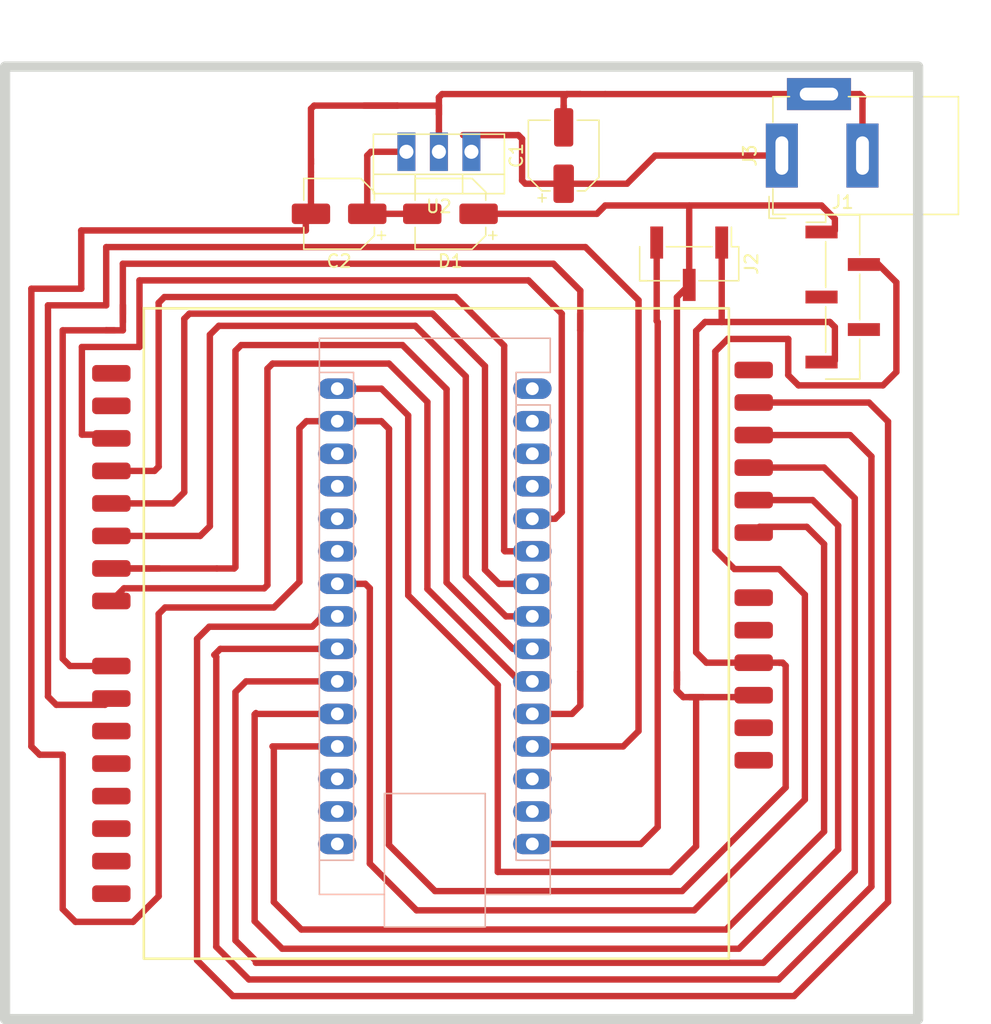
<source format=kicad_pcb>
(kicad_pcb (version 20221018) (generator pcbnew)
  (layers (0 "F.Cu" signal) (31 "B.Cu" signal) (34 "B.Paste" user) (35 "F.Paste" user) (36 "B.SilkS" user "B.Silkscreen") (37 "F.SilkS" user "F.Silkscreen") (38 "B.Mask" user) (39 "F.Mask" user) (44 "Edge.Cuts" user))
  (net 0 "")
  (net 4 "Net-(A1-GND)")
  (net 5 "D2")
  (net 6 "D3")
  (net 7 "D4")
  (net 8 "D5")
  (net 9 "D6")
  (net 10 "D7")
  (net 11 "D0")
  (net 12 "D1")
  (net 15 "D12")
  (net 19 "A0")
  (net 20 "A1")
  (net 21 "A2")
  (net 22 "A3")
  (net 23 "A4")
  (net 24 "A5")
  (net 28 "Net-(A1-VIN)")
  (net 29 "Net-(U2-VI)")
  (net 30 "Net-(D1-A)")
  (footprint "Package_TO_SOT_THT:TO-220-3_Vertical" (layer "F.Cu") (at 162.44 69.255 180)
    (fp_text reference "U2" (at 2.54 -4.27) (layer "F.SilkS"))
    (fp_text value "LM7805_TO220")
    (fp_line (start -2.58 -3.27) (end -2.58 1.371) (stroke (width 0.12)) (layer "F.SilkS"))
    (fp_line (start -2.58 -3.27) (end 7.66 -3.27) (stroke (width 0.12)) (layer "F.SilkS"))
    (fp_line (start -2.58 -1.76) (end 7.66 -1.76) (stroke (width 0.12)) (layer "F.SilkS"))
    (fp_line (start -2.58 1.371) (end 7.66 1.371) (stroke (width 0.12)) (layer "F.SilkS"))
    (fp_line (start 0.69 -3.27) (end 0.69 -1.76) (stroke (width 0.12)) (layer "F.SilkS"))
    (fp_line (start 4.391 -3.27) (end 4.391 -1.76) (stroke (width 0.12)) (layer "F.SilkS"))
    (fp_line (start 7.66 -3.27) (end 7.66 1.371) (stroke (width 0.12)) (layer "F.SilkS"))
    (pad "1" thru_hole rect (at 0 0 180) (size 1.4 3) (drill 1.1) (layers "*.Cu" "*.Mask") (net 29 "Net-(U2-VI)"))
    (pad "2" thru_hole rect (at 2.54 0 180) (size 1.4 3) (drill 1.1) (layers "*.Cu" "*.Mask") (net 4 "Net-(A1-GND)"))
    (pad "3" thru_hole rect (at 5.08 0 180) (size 1.4 3) (drill 1.1) (layers "*.Cu" "*.Mask") (net 30 "Net-(D1-A)"))
  )
  (footprint "Capacitor_SMD:CP_Elec_5x4.4" (layer "F.Cu") (at 160.8 74.1 180)
    (fp_text reference "D1" (at 0 -3.7) (layer "F.SilkS"))
    (fp_text value "LED")
    (fp_line (start -3.625 -1.685) (end -3 -1.685) (stroke (width 0.12)) (layer "F.SilkS"))
    (fp_line (start -3.3125 -1.9975) (end -3.3125 -1.3725) (stroke (width 0.12)) (layer "F.SilkS"))
    (fp_line (start -2.76 -1.695563) (end -2.76 -1.06) (stroke (width 0.12)) (layer "F.SilkS"))
    (fp_line (start -2.76 -1.695563) (end -1.695563 -2.76) (stroke (width 0.12)) (layer "F.SilkS"))
    (fp_line (start -2.76 1.695563) (end -2.76 1.06) (stroke (width 0.12)) (layer "F.SilkS"))
    (fp_line (start -2.76 1.695563) (end -1.695563 2.76) (stroke (width 0.12)) (layer "F.SilkS"))
    (fp_line (start -1.695563 -2.76) (end 2.76 -2.76) (stroke (width 0.12)) (layer "F.SilkS"))
    (fp_line (start -1.695563 2.76) (end 2.76 2.76) (stroke (width 0.12)) (layer "F.SilkS"))
    (fp_line (start 2.76 -2.76) (end 2.76 -1.06) (stroke (width 0.12)) (layer "F.SilkS"))
    (fp_line (start 2.76 2.76) (end 2.76 1.06) (stroke (width 0.12)) (layer "F.SilkS"))
    (pad "1" smd roundrect (at -2.2 0 180) (size 3 1.6) (layers "F.Cu" "F.Paste" "F.Mask") (roundrect_rratio 0.15625) (net 28 "Net-(A1-VIN)"))
    (pad "2" smd roundrect (at 2.2 0 180) (size 3 1.6) (layers "F.Cu" "F.Paste" "F.Mask") (roundrect_rratio 0.15625) (net 30 "Net-(D1-A)"))
  )
  (footprint "Connector_PinHeader_2.54mm:PinHeader_1x03_P2.54mm_Vertical_SMD_Pin1Left" (layer "F.Cu") (at 179.46 78 -90)
    (fp_text reference "J2" (at 0 -4.87 90) (layer "F.SilkS"))
    (fp_text value "Conn_01x03_Female")
    (fp_line (start -1.33 -3.87) (end -1.33 -3.3) (stroke (width 0.12)) (layer "F.SilkS"))
    (fp_line (start -1.33 -3.87) (end 1.33 -3.87) (stroke (width 0.12)) (layer "F.SilkS"))
    (fp_line (start -1.33 -3.3) (end -2.85 -3.3) (stroke (width 0.12)) (layer "F.SilkS"))
    (fp_line (start -1.33 -1.78) (end -1.33 1.78) (stroke (width 0.12)) (layer "F.SilkS"))
    (fp_line (start -1.33 3.87) (end 1.33 3.87) (stroke (width 0.12)) (layer "F.SilkS"))
    (fp_line (start 1.33 -3.87) (end 1.33 -0.76) (stroke (width 0.12)) (layer "F.SilkS"))
    (fp_line (start 1.33 0.76) (end 1.33 3.87) (stroke (width 0.12)) (layer "F.SilkS"))
    (fp_line (start 1.33 3.3) (end 1.33 3.87) (stroke (width 0.12)) (layer "F.SilkS"))
    (pad "1" smd rect (at -1.655 -2.54 270) (size 2.51 1) (layers "F.Cu" "F.Paste" "F.Mask") (net 4 "Net-(A1-GND)"))
    (pad "2" smd rect (at 1.655 0 270) (size 2.51 1) (layers "F.Cu" "F.Paste" "F.Mask") (net 28 "Net-(A1-VIN)"))
    (pad "3" smd rect (at -1.655 2.54 270) (size 2.51 1) (layers "F.Cu" "F.Paste" "F.Mask") (net 15 "D12"))
  )
  (footprint "Connector_BarrelJack:BarrelJack_GCT_DCJ200-10-A_Horizontal" (layer "F.Cu") (at 186.7 69.55 90)
    (fp_text reference "J3" (at 0 -2.5 90) (layer "F.SilkS"))
    (fp_text value "Barrel_Jack_Switch_MountingPin")
    (fp_line (start -4.9 -1) (end -4.9 0.3) (stroke (width 0.12)) (layer "F.SilkS"))
    (fp_line (start -4.6 -0.7) (end -2.6 -0.7) (stroke (width 0.12)) (layer "F.SilkS"))
    (fp_line (start -4.6 13.8) (end -4.6 -0.7) (stroke (width 0.12)) (layer "F.SilkS"))
    (fp_line (start -3.2 -1) (end -4.9 -1) (stroke (width 0.12)) (layer "F.SilkS"))
    (fp_line (start 2.6 -0.7) (end 4.6 -0.7) (stroke (width 0.12)) (layer "F.SilkS"))
    (fp_line (start 4.6 -0.7) (end 4.6 0.6) (stroke (width 0.12)) (layer "F.SilkS"))
    (fp_line (start 4.6 5.2) (end 4.6 13.8) (stroke (width 0.12)) (layer "F.SilkS"))
    (fp_line (start 4.6 13.8) (end -4.6 13.8) (stroke (width 0.12)) (layer "F.SilkS"))
    (pad "1" thru_hole rect (at 0 0 90) (size 5 2.5) (drill oval 3 1) (layers "*.Cu" "*.Mask") (net 29 "Net-(U2-VI)"))
    (pad "2" thru_hole rect (at 0 6.3 90) (size 5 2.5) (drill oval 3 1) (layers "*.Cu" "*.Mask") (net 4 "Net-(A1-GND)"))
    (pad "3" thru_hole rect (at 4.8 2.9 90) (size 2.5 5) (drill oval 1 3) (layers "*.Cu" "*.Mask") (net 4 "Net-(A1-GND)"))
  )
  (footprint "Capacitor_SMD:CP_Elec_5x4.4" (layer "F.Cu") (at 169.65 69.55 90)
    (fp_text reference "C1" (at 0 -3.7 90) (layer "F.SilkS"))
    (fp_text value "470uf" hide)
    (fp_line (start -3.625 -1.685) (end -3 -1.685) (stroke (width 0.12)) (layer "F.SilkS"))
    (fp_line (start -3.3125 -1.9975) (end -3.3125 -1.3725) (stroke (width 0.12)) (layer "F.SilkS"))
    (fp_line (start -2.76 -1.695563) (end -2.76 -1.06) (stroke (width 0.12)) (layer "F.SilkS"))
    (fp_line (start -2.76 -1.695563) (end -1.695563 -2.76) (stroke (width 0.12)) (layer "F.SilkS"))
    (fp_line (start -2.76 1.695563) (end -2.76 1.06) (stroke (width 0.12)) (layer "F.SilkS"))
    (fp_line (start -2.76 1.695563) (end -1.695563 2.76) (stroke (width 0.12)) (layer "F.SilkS"))
    (fp_line (start -1.695563 -2.76) (end 2.76 -2.76) (stroke (width 0.12)) (layer "F.SilkS"))
    (fp_line (start -1.695563 2.76) (end 2.76 2.76) (stroke (width 0.12)) (layer "F.SilkS"))
    (fp_line (start 2.76 -2.76) (end 2.76 -1.06) (stroke (width 0.12)) (layer "F.SilkS"))
    (fp_line (start 2.76 2.76) (end 2.76 1.06) (stroke (width 0.12)) (layer "F.SilkS"))
    (pad "1" smd roundrect (at -2.2 0 90) (size 3 1.6) (layers "F.Cu" "F.Paste" "F.Mask") (roundrect_rratio 0.15625) (net 29 "Net-(U2-VI)"))
    (pad "2" smd roundrect (at 2.2 0 90) (size 3 1.5) (layers "F.Cu" "F.Paste" "F.Mask") (roundrect_rratio 0.15625) (net 4 "Net-(A1-GND)"))
  )
  (footprint "TFT_MAR2406_LCD_DISPALY:TFT_LCD_MAR2460" (layer "F.Cu") (at 134.3 127.2)
    (fp_text reference "U1" hide)
    (fp_text value "~" hide)
    (fp_rect (start 2.54 -45.72) (end 48.26 5.08) (stroke (width 0.2)) (fill none) (layer "F.SilkS"))
    (pad "1" smd roundrect (at 0 0) (size 3 1.3) (layers "F.Cu" "F.Paste" "F.Mask"))
    (pad "2" smd roundrect (at 0 -2.54) (size 3 1.3) (layers "F.Cu" "F.Paste" "F.Mask"))
    (pad "3" smd roundrect (at 0 -5.08) (size 3 1.3) (layers "F.Cu" "F.Paste" "F.Mask"))
    (pad "4" smd roundrect (at 0 -7.62) (size 3 1.3) (layers "F.Cu" "F.Paste" "F.Mask"))
    (pad "5" smd roundrect (at 0 -10.16) (size 3 1.3) (layers "F.Cu" "F.Paste" "F.Mask"))
    (pad "6" smd roundrect (at 0 -12.7) (size 3 1.3) (layers "F.Cu" "F.Paste" "F.Mask"))
    (pad "7" smd roundrect (at 0 -15.24) (size 3 1.3) (layers "F.Cu" "F.Paste" "F.Mask") (net 12 "D1"))
    (pad "8" smd roundrect (at 0 -17.78) (size 3 1.3) (layers "F.Cu" "F.Paste" "F.Mask") (net 11 "D0"))
    (pad "9" smd roundrect (at 0 -22.86) (size 3 1.3) (layers "F.Cu" "F.Paste" "F.Mask") (net 10 "D7"))
    (pad "10" smd roundrect (at 0 -25.4) (size 3 1.3) (layers "F.Cu" "F.Paste" "F.Mask") (net 9 "D6"))
    (pad "11" smd roundrect (at 0 -27.94) (size 3 1.3) (layers "F.Cu" "F.Paste" "F.Mask") (net 8 "D5"))
    (pad "12" smd roundrect (at 0 -30.48) (size 3 1.3) (layers "F.Cu" "F.Paste" "F.Mask") (net 7 "D4"))
    (pad "13" smd roundrect (at 0 -33.02) (size 3 1.3) (layers "F.Cu" "F.Paste" "F.Mask") (net 6 "D3"))
    (pad "14" smd roundrect (at 0 -35.56) (size 3 1.3) (layers "F.Cu" "F.Paste" "F.Mask") (net 5 "D2"))
    (pad "15" smd roundrect (at 0 -38.1) (size 3 1.3) (layers "F.Cu" "F.Paste" "F.Mask"))
    (pad "16" smd roundrect (at 0 -40.64) (size 3 1.3) (layers "F.Cu" "F.Paste" "F.Mask"))
    (pad "17" smd roundrect (at 50.2 -10.42) (size 3 1.3) (layers "F.Cu" "F.Paste" "F.Mask"))
    (pad "18" smd roundrect (at 50.2 -12.96) (size 3 1.3) (layers "F.Cu" "F.Paste" "F.Mask"))
    (pad "19" smd roundrect (at 50.2 -15.5) (size 3 1.3) (layers "F.Cu" "F.Paste" "F.Mask") (net 28 "Net-(A1-VIN)"))
    (pad "20" smd roundrect (at 50.2 -18.04) (size 3 1.3) (layers "F.Cu" "F.Paste" "F.Mask") (net 4 "Net-(A1-GND)"))
    (pad "21" smd roundrect (at 50.2 -20.58) (size 3 1.3) (layers "F.Cu" "F.Paste" "F.Mask"))
    (pad "22" smd roundrect (at 50.2 -23.12) (size 3 1.3) (layers "F.Cu" "F.Paste" "F.Mask"))
    (pad "23" smd roundrect (at 50.2 -28.2) (size 3 1.3) (layers "F.Cu" "F.Paste" "F.Mask") (net 19 "A0"))
    (pad "24" smd roundrect (at 50.2 -30.74) (size 3 1.3) (layers "F.Cu" "F.Paste" "F.Mask") (net 20 "A1"))
    (pad "25" smd roundrect (at 50.2 -33.28) (size 3 1.3) (layers "F.Cu" "F.Paste" "F.Mask") (net 21 "A2"))
    (pad "26" smd roundrect (at 50.2 -35.82) (size 3 1.3) (layers "F.Cu" "F.Paste" "F.Mask") (net 22 "A3"))
    (pad "27" smd roundrect (at 50.2 -38.36) (size 3 1.3) (layers "F.Cu" "F.Paste" "F.Mask") (net 23 "A4"))
    (pad "28" smd roundrect (at 50.2 -40.9) (size 3 1.3) (layers "F.Cu" "F.Paste" "F.Mask"))
  )
  (footprint "Connector_PinHeader_2.54mm:PinHeader_1x05_P2.54mm_Vertical_SMD_Pin1Left" (layer "F.Cu") (at 191.455 80.6)
    (fp_text reference "J1" (at 0 -7.41) (layer "F.SilkS"))
    (fp_text value "Conn_01x05_Female")
    (fp_line (start -1.33 -6.41) (end -1.33 -5.84) (stroke (width 0.12)) (layer "F.SilkS"))
    (fp_line (start -1.33 -6.41) (end 1.33 -6.41) (stroke (width 0.12)) (layer "F.SilkS"))
    (fp_line (start -1.33 -5.84) (end -2.85 -5.84) (stroke (width 0.12)) (layer "F.SilkS"))
    (fp_line (start -1.33 -4.32) (end -1.33 -0.76) (stroke (width 0.12)) (layer "F.SilkS"))
    (fp_line (start -1.33 0.76) (end -1.33 4.32) (stroke (width 0.12)) (layer "F.SilkS"))
    (fp_line (start -1.33 6.41) (end 1.33 6.41) (stroke (width 0.12)) (layer "F.SilkS"))
    (fp_line (start 1.33 -6.41) (end 1.33 -3.3) (stroke (width 0.12)) (layer "F.SilkS"))
    (fp_line (start 1.33 -1.78) (end 1.33 1.78) (stroke (width 0.12)) (layer "F.SilkS"))
    (fp_line (start 1.33 3.3) (end 1.33 6.41) (stroke (width 0.12)) (layer "F.SilkS"))
    (fp_line (start 1.33 5.84) (end 1.33 6.41) (stroke (width 0.12)) (layer "F.SilkS"))
    (pad "1" smd rect (at -1.655 -5.08) (size 2.51 1) (layers "F.Cu" "F.Paste" "F.Mask") (net 28 "Net-(A1-VIN)"))
    (pad "2" smd rect (at 1.655 -2.54) (size 2.51 1) (layers "F.Cu" "F.Paste" "F.Mask") (net 24 "A5"))
    (pad "3" smd rect (at -1.655 0) (size 2.51 1) (layers "F.Cu" "F.Paste" "F.Mask"))
    (pad "4" smd rect (at 1.655 2.54) (size 2.51 1) (layers "F.Cu" "F.Paste" "F.Mask"))
    (pad "5" smd rect (at -1.655 5.08) (size 2.51 1) (layers "F.Cu" "F.Paste" "F.Mask") (net 4 "Net-(A1-GND)"))
  )
  (footprint "Capacitor_SMD:CP_Elec_5x4.4" (layer "F.Cu") (at 152.1 74.1 180)
    (fp_text reference "C2" (at 0 -3.7) (layer "F.SilkS"))
    (fp_text value "47uf")
    (fp_line (start -3.625 -1.685) (end -3 -1.685) (stroke (width 0.12)) (layer "F.SilkS"))
    (fp_line (start -3.3125 -1.9975) (end -3.3125 -1.3725) (stroke (width 0.12)) (layer "F.SilkS"))
    (fp_line (start -2.76 -1.695563) (end -2.76 -1.06) (stroke (width 0.12)) (layer "F.SilkS"))
    (fp_line (start -2.76 -1.695563) (end -1.695563 -2.76) (stroke (width 0.12)) (layer "F.SilkS"))
    (fp_line (start -2.76 1.695563) (end -2.76 1.06) (stroke (width 0.12)) (layer "F.SilkS"))
    (fp_line (start -2.76 1.695563) (end -1.695563 2.76) (stroke (width 0.12)) (layer "F.SilkS"))
    (fp_line (start -1.695563 -2.76) (end 2.76 -2.76) (stroke (width 0.12)) (layer "F.SilkS"))
    (fp_line (start -1.695563 2.76) (end 2.76 2.76) (stroke (width 0.12)) (layer "F.SilkS"))
    (fp_line (start 2.76 -2.76) (end 2.76 -1.06) (stroke (width 0.12)) (layer "F.SilkS"))
    (fp_line (start 2.76 2.76) (end 2.76 1.06) (stroke (width 0.12)) (layer "F.SilkS"))
    (pad "1" smd roundrect (at -2.2 0 180) (size 3 1.6) (layers "F.Cu" "F.Paste" "F.Mask") (roundrect_rratio 0.15625) (net 30 "Net-(D1-A)"))
    (pad "2" smd roundrect (at 2.2 0 180) (size 3 1.6) (layers "F.Cu" "F.Paste" "F.Mask") (roundrect_rratio 0.15625) (net 4 "Net-(A1-GND)"))
  )
  (footprint "Module:Arduino_Nano" (layer "B.Cu") (at 167.2 87.76 180)
    (fp_text reference "A1" hide)
    (fp_text value "Arduino_Nano_v3.x" hide)
    (fp_line (start -1.4 -39.5) (end 3.68 -39.5) (stroke (width 0.12)) (layer "B.SilkS"))
    (fp_line (start -1.4 -1.27) (end -1.4 -39.5) (stroke (width 0.12)) (layer "B.SilkS"))
    (fp_line (start -1.4 3.94) (end -1.4 1.27) (stroke (width 0.12)) (layer "B.SilkS"))
    (fp_line (start 1.27 -36.83) (end -1.4 -36.83) (stroke (width 0.12)) (layer "B.SilkS"))
    (fp_line (start 1.27 -1.27) (end -1.4 -1.27) (stroke (width 0.12)) (layer "B.SilkS"))
    (fp_line (start 1.27 -1.27) (end 1.27 -36.83) (stroke (width 0.12)) (layer "B.SilkS"))
    (fp_line (start 1.27 -1.27) (end 1.27 1.27) (stroke (width 0.12)) (layer "B.SilkS"))
    (fp_line (start 1.27 1.27) (end -1.4 1.27) (stroke (width 0.12)) (layer "B.SilkS"))
    (fp_line (start 3.68 -42.04) (end 3.68 -31.62) (stroke (width 0.12)) (layer "B.SilkS"))
    (fp_line (start 3.68 -31.62) (end 11.56 -31.62) (stroke (width 0.12)) (layer "B.SilkS"))
    (fp_line (start 11.56 -42.04) (end 3.68 -42.04) (stroke (width 0.12)) (layer "B.SilkS"))
    (fp_line (start 11.56 -31.62) (end 11.56 -42.04) (stroke (width 0.12)) (layer "B.SilkS"))
    (fp_line (start 13.97 -36.83) (end 16.64 -36.83) (stroke (width 0.12)) (layer "B.SilkS"))
    (fp_line (start 13.97 1.27) (end 13.97 -36.83) (stroke (width 0.12)) (layer "B.SilkS"))
    (fp_line (start 13.97 1.27) (end 16.64 1.27) (stroke (width 0.12)) (layer "B.SilkS"))
    (fp_line (start 16.64 -39.5) (end 11.56 -39.5) (stroke (width 0.12)) (layer "B.SilkS"))
    (fp_line (start 16.64 -39.5) (end 16.64 3.94) (stroke (width 0.12)) (layer "B.SilkS"))
    (fp_line (start 16.64 3.94) (end -1.4 3.94) (stroke (width 0.12)) (layer "B.SilkS"))
    (pad "1" thru_hole oval (at 0 0 180) (size 3 1.6) (drill 1) (layers "*.Cu" "*.Mask"))
    (pad "2" thru_hole oval (at 0 -2.54 180) (size 3 1.6) (drill 1) (layers "*.Cu" "*.Mask"))
    (pad "3" thru_hole oval (at 0 -5.08 180) (size 3 1.6) (drill 1) (layers "*.Cu" "*.Mask"))
    (pad "4" thru_hole oval (at 0 -7.62 180) (size 3 1.6) (drill 1) (layers "*.Cu" "*.Mask") (net 4 "Net-(A1-GND)"))
    (pad "5" thru_hole oval (at 0 -10.16 180) (size 3 1.6) (drill 1) (layers "*.Cu" "*.Mask") (net 5 "D2"))
    (pad "6" thru_hole oval (at 0 -12.7 180) (size 3 1.6) (drill 1) (layers "*.Cu" "*.Mask") (net 6 "D3"))
    (pad "7" thru_hole oval (at 0 -15.24 180) (size 3 1.6) (drill 1) (layers "*.Cu" "*.Mask") (net 7 "D4"))
    (pad "8" thru_hole oval (at 0 -17.78 180) (size 3 1.6) (drill 1) (layers "*.Cu" "*.Mask") (net 8 "D5"))
    (pad "9" thru_hole oval (at 0 -20.32 180) (size 3 1.6) (drill 1) (layers "*.Cu" "*.Mask") (net 9 "D6"))
    (pad "10" thru_hole oval (at 0 -22.86 180) (size 3 1.6) (drill 1) (layers "*.Cu" "*.Mask") (net 10 "D7"))
    (pad "11" thru_hole oval (at 0 -25.4 180) (size 3 1.6) (drill 1) (layers "*.Cu" "*.Mask") (net 11 "D0"))
    (pad "12" thru_hole oval (at 0 -27.94 180) (size 3 1.6) (drill 1) (layers "*.Cu" "*.Mask") (net 12 "D1"))
    (pad "13" thru_hole oval (at 0 -30.48 180) (size 3 1.6) (drill 1) (layers "*.Cu" "*.Mask"))
    (pad "14" thru_hole oval (at 0 -33.02 180) (size 3 1.6) (drill 1) (layers "*.Cu" "*.Mask"))
    (pad "15" thru_hole oval (at 0 -35.56 180) (size 3 1.6) (drill 1) (layers "*.Cu" "*.Mask") (net 15 "D12"))
    (pad "16" thru_hole oval (at 15.24 -35.56 180) (size 3 1.6) (drill 1) (layers "*.Cu" "*.Mask"))
    (pad "17" thru_hole oval (at 15.24 -33.02 180) (size 3 1.6) (drill 1) (layers "*.Cu" "*.Mask"))
    (pad "18" thru_hole oval (at 15.24 -30.48 180) (size 3 1.6) (drill 1) (layers "*.Cu" "*.Mask"))
    (pad "19" thru_hole oval (at 15.24 -27.94 180) (size 3 1.6) (drill 1) (layers "*.Cu" "*.Mask") (net 19 "A0"))
    (pad "20" thru_hole oval (at 15.24 -25.4 180) (size 3 1.6) (drill 1) (layers "*.Cu" "*.Mask") (net 20 "A1"))
    (pad "21" thru_hole oval (at 15.24 -22.86 180) (size 3 1.6) (drill 1) (layers "*.Cu" "*.Mask") (net 21 "A2"))
    (pad "22" thru_hole oval (at 15.24 -20.32 180) (size 3 1.6) (drill 1) (layers "*.Cu" "*.Mask") (net 22 "A3"))
    (pad "23" thru_hole oval (at 15.24 -17.78 180) (size 3 1.6) (drill 1) (layers "*.Cu" "*.Mask") (net 23 "A4"))
    (pad "24" thru_hole oval (at 15.24 -15.24 180) (size 3 1.6) (drill 1) (layers "*.Cu" "*.Mask") (net 24 "A5"))
    (pad "25" thru_hole oval (at 15.24 -12.7 180) (size 3 1.6) (drill 1) (layers "*.Cu" "*.Mask"))
    (pad "26" thru_hole oval (at 15.24 -10.16 180) (size 3 1.6) (drill 1) (layers "*.Cu" "*.Mask"))
    (pad "27" thru_hole oval (at 15.24 -7.62 180) (size 3 1.6) (drill 1) (layers "*.Cu" "*.Mask"))
    (pad "28" thru_hole oval (at 15.24 -5.08 180) (size 3 1.6) (drill 1) (layers "*.Cu" "*.Mask"))
    (pad "29" thru_hole oval (at 15.24 -2.54 180) (size 3 1.6) (drill 1) (layers "*.Cu" "*.Mask") (net 4 "Net-(A1-GND)"))
    (pad "30" thru_hole oval (at 15.24 0 180) (size 3 1.6) (drill 1) (layers "*.Cu" "*.Mask") (net 28 "Net-(A1-VIN)"))
  )
  (gr_rect (start 126 62.6) (end 197.35 137) (stroke (width 0.8)) (fill none) (layer "Edge.Cuts"))
  (segment (start 159.9 65) (end 159.9 66.3) (width 0.5) (layer "F.Cu") (net 4))
  (segment (start 169.65 65) (end 169.9 64.75) (width 0.5) (layer "F.Cu") (net 4))
  (segment (start 180 83.25) (end 180.7 82.55) (width 0.5) (layer "F.Cu") (net 4))
  (segment (start 160.15 64.75) (end 159.9 65) (width 0.5) (layer "F.Cu") (net 4))
  (segment (start 186.5 109.16) (end 186.76 109.16) (width 0.5) (layer "F.Cu") (net 4))
  (segment (start 180.81 109.16) (end 180 108.35) (width 0.5) (layer "F.Cu") (net 4))
  (segment (start 159.9 65.65) (end 156.65 65.65) (width 0.5) (layer "F.Cu") (net 4))
  (segment (start 182 82.55) (end 190.45 82.55) (width 0.5) (layer "F.Cu") (net 4))
  (segment (start 187 118.9) (end 178.9 127) (width 0.5) (layer "F.Cu") (net 4))
  (segment (start 149.5 74.5) (end 149.9 74.1) (width 0.5) (layer "F.Cu") (net 4))
  (segment (start 149.5 75.4) (end 149.5 74.5) (width 0.5) (layer "F.Cu") (net 4))
  (segment (start 138 127.4) (end 138 105.35) (width 0.5) (layer "F.Cu") (net 4))
  (segment (start 189.6 64.75) (end 192.8 64.75) (width 0.5) (layer "F.Cu") (net 4))
  (segment (start 159.9 66.3) (end 159.9 67.6) (width 0.5) (layer "F.Cu") (net 4))
  (segment (start 156.65 65.65) (end 154.05 65.65) (width 0.5) (layer "F.Cu") (net 4))
  (segment (start 186.5 109.16) (end 186.74 109.16) (width 0.5) (layer "F.Cu") (net 4))
  (segment (start 182 82.55) (end 182 76.345) (width 0.5) (layer "F.Cu") (net 4))
  (segment (start 128.05 79.95) (end 128.05 115.7) (width 0.5) (layer "F.Cu") (net 4))
  (segment (start 149.9 70.2) (end 149.9 65.9) (width 0.5) (layer "F.Cu") (net 4))
  (segment (start 159.6 127) (end 156 123.4) (width 0.5) (layer "F.Cu") (net 4))
  (segment (start 136 129.4) (end 138 127.4) (width 0.5) (layer "F.Cu") (net 4))
  (segment (start 130.5 116.35) (end 130.5 128.4) (width 0.5) (layer "F.Cu") (net 4))
  (segment (start 170.95 64.75) (end 160.15 64.75) (width 0.5) (layer "F.Cu") (net 4))
  (segment (start 149.9 70.85) (end 149.9 74.1) (width 0.5) (layer "F.Cu") (net 4))
  (segment (start 149.5 75.4) (end 131.95 75.4) (width 0.5) (layer "F.Cu") (net 4))
  (segment (start 150.15 65.65) (end 156.65 65.65) (width 0.5) (layer "F.Cu") (net 4))
  (segment (start 128.05 115.7) (end 128.7 116.35) (width 0.5) (layer "F.Cu") (net 4))
  (segment (start 193 65.05) (end 193 69.55) (width 0.5) (layer "F.Cu") (net 4))
  (segment (start 147 104.85) (end 149 102.85) (width 0.5) (layer "F.Cu") (net 4))
  (segment (start 149 90.85) (end 149.55 90.3) (width 0.5) (layer "F.Cu") (net 4))
  (segment (start 149.9 70.85) (end 149.9 70.2) (width 0.5) (layer "F.Cu") (net 4))
  (segment (start 131.95 75.4) (end 131.95 79.95) (width 0.5) (layer "F.Cu") (net 4))
  (segment (start 184.5 109.16) (end 180.81 109.16) (width 0.5) (layer "F.Cu") (net 4))
  (segment (start 131.5 129.4) (end 136 129.4) (width 0.5) (layer "F.Cu") (net 4))
  (segment (start 156 90.9) (end 155.4 90.3) (width 0.5) (layer "F.Cu") (net 4))
  (segment (start 138 105.35) (end 138.5 104.85) (width 0.5) (layer "F.Cu") (net 4))
  (segment (start 184.81 108.85) (end 184.5 109.16) (width 0.5) (layer "F.Cu") (net 4))
  (segment (start 169.65 65.65) (end 169.65 67.35) (width 0.5) (layer "F.Cu") (net 4))
  (segment (start 159.9 65.65) (end 159.9 66.3) (width 0.5) (layer "F.Cu") (net 4))
  (segment (start 159.9 67.6) (end 159.9 69.255) (width 0.5) (layer "F.Cu") (net 4))
  (segment (start 155.4 90.3) (end 151.96 90.3) (width 0.5) (layer "F.Cu") (net 4))
  (segment (start 180 84.35) (end 180 83.25) (width 0.5) (layer "F.Cu") (net 4))
  (segment (start 128.7 116.35) (end 130.5 116.35) (width 0.5) (layer "F.Cu") (net 4))
  (segment (start 192.8 64.75) (end 193.05 65) (width 0.5) (layer "F.Cu") (net 4))
  (segment (start 149.9 70.2) (end 149.9 69.8) (width 0.5) (layer "F.Cu") (net 4))
  (segment (start 187 109.4) (end 187 118.9) (width 0.5) (layer "F.Cu") (net 4))
  (segment (start 193.05 65) (end 193 65.05) (width 0.5) (layer "F.Cu") (net 4))
  (segment (start 149 102.85) (end 149 90.85) (width 0.5) (layer "F.Cu") (net 4))
  (segment (start 180.7 82.55) (end 182 82.55) (width 0.5) (layer "F.Cu") (net 4))
  (segment (start 184.5 109.16) (end 186.5 109.16) (width 0.5) (layer "F.Cu") (net 4))
  (segment (start 170.95 64.75) (end 172.9 64.75) (width 0.5) (layer "F.Cu") (net 4))
  (segment (start 130.5 128.4) (end 131.5 129.4) (width 0.5) (layer "F.Cu") (net 4))
  (segment (start 156 123.4) (end 156 90.9) (width 0.5) (layer "F.Cu") (net 4))
  (segment (start 180 108.35) (end 180 87.85) (width 0.5) (layer "F.Cu") (net 4))
  (segment (start 186.76 109.16) (end 187 109.4) (width 0.5) (layer "F.Cu") (net 4))
  (segment (start 180 87.85) (end 180 84.35) (width 0.5) (layer "F.Cu") (net 4))
  (segment (start 149.9 65.9) (end 150.15 65.65) (width 0.5) (layer "F.Cu") (net 4))
  (segment (start 169.9 64.75) (end 170.95 64.75) (width 0.5) (layer "F.Cu") (net 4))
  (segment (start 190.45 82.55) (end 190.845 82.945) (width 0.5) (layer "F.Cu") (net 4))
  (segment (start 149.55 90.3) (end 151.96 90.3) (width 0.5) (layer "F.Cu") (net 4))
  (segment (start 190.845 82.945) (end 190.845 85.58) (width 0.5) (layer "F.Cu") (net 4))
  (segment (start 172.9 64.75) (end 189.6 64.75) (width 0.5) (layer "F.Cu") (net 4))
  (segment (start 131.95 79.95) (end 128.05 79.95) (width 0.5) (layer "F.Cu") (net 4))
  (segment (start 178.9 127) (end 159.6 127) (width 0.5) (layer "F.Cu") (net 4))
  (segment (start 138.5 104.85) (end 147 104.85) (width 0.5) (layer "F.Cu") (net 4))
  (segment (start 169.65 67.35) (end 169.65 65) (width 0.5) (layer "F.Cu") (net 4))
  (segment (start 166.9 79.3) (end 169.5 81.9) (width 0.5) (layer "F.Cu") (net 5))
  (segment (start 134.243984 91.64) (end 133.953984 91.35) (width 0.5) (layer "F.Cu") (net 5))
  (segment (start 136.5 84.5) (end 136.5 79.3) (width 0.5) (layer "F.Cu") (net 5))
  (segment (start 134.3 91.64) (end 134.243984 91.64) (width 0.5) (layer "F.Cu") (net 5))
  (segment (start 169.5 81.9) (end 169.5 97.4) (width 0.5) (layer "F.Cu") (net 5))
  (segment (start 169.5 97.4) (end 168.98 97.92) (width 0.5) (layer "F.Cu") (net 5))
  (segment (start 133.953984 91.35) (end 132 91.35) (width 0.5) (layer "F.Cu") (net 5))
  (segment (start 136.5 79.3) (end 166.9 79.3) (width 0.5) (layer "F.Cu") (net 5))
  (segment (start 132 84.5) (end 136.5 84.5) (width 0.5) (layer "F.Cu") (net 5))
  (segment (start 132 91.35) (end 132 84.5) (width 0.5) (layer "F.Cu") (net 5))
  (segment (start 168.98 97.92) (end 167.2 97.92) (width 0.5) (layer "F.Cu") (net 5))
  (segment (start 138 93.85) (end 138 81.05) (width 0.5) (layer "F.Cu") (net 6))
  (segment (start 165.06 100.46) (end 167.2 100.46) (width 0.5) (layer "F.Cu") (net 6))
  (segment (start 165 84.4) (end 165 100.4) (width 0.5) (layer "F.Cu") (net 6))
  (segment (start 137.67 94.18) (end 138 93.85) (width 0.5) (layer "F.Cu") (net 6))
  (segment (start 138.45 80.6) (end 161.2 80.6) (width 0.5) (layer "F.Cu") (net 6))
  (segment (start 161.2 80.6) (end 165 84.4) (width 0.5) (layer "F.Cu") (net 6))
  (segment (start 138 81.05) (end 138.45 80.6) (width 0.5) (layer "F.Cu") (net 6))
  (segment (start 165 100.4) (end 165.06 100.46) (width 0.5) (layer "F.Cu") (net 6))
  (segment (start 134.3 94.18) (end 137.67 94.18) (width 0.5) (layer "F.Cu") (net 6))
  (segment (start 163.5 86) (end 163.5 101.9) (width 0.5) (layer "F.Cu") (net 7))
  (segment (start 164.6 103) (end 167.2 103) (width 0.5) (layer "F.Cu") (net 7))
  (segment (start 159.4 81.9) (end 163.5 86) (width 0.5) (layer "F.Cu") (net 7))
  (segment (start 140 95.85) (end 140 82.3) (width 0.5) (layer "F.Cu") (net 7))
  (segment (start 140 82.3) (end 140.4 81.9) (width 0.5) (layer "F.Cu") (net 7))
  (segment (start 139.13 96.72) (end 140 95.85) (width 0.5) (layer "F.Cu") (net 7))
  (segment (start 140.4 81.9) (end 159.4 81.9) (width 0.5) (layer "F.Cu") (net 7))
  (segment (start 163.5 101.9) (end 164.6 103) (width 0.5) (layer "F.Cu") (net 7))
  (segment (start 134.3 96.72) (end 139.13 96.72) (width 0.5) (layer "F.Cu") (net 7))
  (segment (start 142 83.55) (end 142.7 82.85) (width 0.5) (layer "F.Cu") (net 8))
  (segment (start 162 86.8) (end 162 102.4) (width 0.5) (layer "F.Cu") (net 8))
  (segment (start 142.7 82.85) (end 158.05 82.85) (width 0.5) (layer "F.Cu") (net 8))
  (segment (start 134.3 99.26) (end 141.24 99.26) (width 0.5) (layer "F.Cu") (net 8))
  (segment (start 141.24 99.26) (end 142 98.5) (width 0.5) (layer "F.Cu") (net 8))
  (segment (start 162 102.4) (end 165.14 105.54) (width 0.5) (layer "F.Cu") (net 8))
  (segment (start 142 98.5) (end 142 83.55) (width 0.5) (layer "F.Cu") (net 8))
  (segment (start 158.05 82.85) (end 162 86.8) (width 0.5) (layer "F.Cu") (net 8))
  (segment (start 165.14 105.54) (end 167.2 105.54) (width 0.5) (layer "F.Cu") (net 8))
  (segment (start 142.55 101.8) (end 134.3 101.8) (width 0.5) (layer "F.Cu") (net 9))
  (segment (start 144 101.7) (end 143.9 101.8) (width 0.5) (layer "F.Cu") (net 9))
  (segment (start 160.5 102.9) (end 160.5 87.8) (width 0.5) (layer "F.Cu") (net 9))
  (segment (start 144 84.8) (end 144 101.7) (width 0.5) (layer "F.Cu") (net 9))
  (segment (start 165.68 108.08) (end 160.5 102.9) (width 0.5) (layer "F.Cu") (net 9))
  (segment (start 134.3 101.8) (end 138.05 101.8) (width 0.5) (layer "F.Cu") (net 9))
  (segment (start 142.55 101.8) (end 143.9 101.8) (width 0.5) (layer "F.Cu") (net 9))
  (segment (start 157.05 84.35) (end 144.45 84.35) (width 0.5) (layer "F.Cu") (net 9))
  (segment (start 160.5 87.8) (end 157.05 84.35) (width 0.5) (layer "F.Cu") (net 9))
  (segment (start 144.45 84.35) (end 144 84.8) (width 0.5) (layer "F.Cu") (net 9))
  (segment (start 159 88.8) (end 156 85.8) (width 0.5) (layer "F.Cu") (net 10))
  (segment (start 159 103.4) (end 159 88.8) (width 0.5) (layer "F.Cu") (net 10))
  (segment (start 146.5 103.1) (end 146.25 103.35) (width 0.5) (layer "F.Cu") (net 10))
  (segment (start 166.22 110.62) (end 159 103.4) (width 0.5) (layer "F.Cu") (net 10))
  (segment (start 146.9 85.8) (end 146.5 86.2) (width 0.5) (layer "F.Cu") (net 10))
  (segment (start 135.29 103.35) (end 134.3 104.34) (width 0.5) (layer "F.Cu") (net 10))
  (segment (start 156 85.8) (end 146.9 85.8) (width 0.5) (layer "F.Cu") (net 10))
  (segment (start 146.25 103.35) (end 135.29 103.35) (width 0.5) (layer "F.Cu") (net 10))
  (segment (start 146.5 86.2) (end 146.5 103.1) (width 0.5) (layer "F.Cu") (net 10))
  (segment (start 170.95 111.27) (end 170.95 109.85) (width 0.5) (layer "F.Cu") (net 11))
  (segment (start 130.5 108.85) (end 130.5 83.2) (width 0.5) (layer "F.Cu") (net 11))
  (segment (start 170.95 80.1) (end 170.95 83.2) (width 0.5) (layer "F.Cu") (net 11))
  (segment (start 134.3 109.42) (end 131.07 109.42) (width 0.5) (layer "F.Cu") (net 11))
  (segment (start 135.2 78) (end 168.85 78) (width 0.5) (layer "F.Cu") (net 11))
  (segment (start 131.07 109.42) (end 130.5 108.85) (width 0.5) (layer "F.Cu") (net 11))
  (segment (start 130.5 83.2) (end 133.9 83.2) (width 0.5) (layer "F.Cu") (net 11))
  (segment (start 170.95 109.85) (end 170.95 83.2) (width 0.5) (layer "F.Cu") (net 11))
  (segment (start 135.2 83.2) (end 135.2 78) (width 0.5) (layer "F.Cu") (net 11))
  (segment (start 135.2 81.9) (end 135.2 81.25) (width 0.5) (layer "F.Cu") (net 11))
  (segment (start 170.95 109.85) (end 170.95 112.51) (width 0.5) (layer "F.Cu") (net 11))
  (segment (start 133.9 83.2) (end 134.55 83.2) (width 0.5) (layer "F.Cu") (net 11))
  (segment (start 135.2 82.55) (end 135.2 81.25) (width 0.5) (layer "F.Cu") (net 11))
  (segment (start 170.95 83.2) (end 170.95 81.9) (width 0.5) (layer "F.Cu") (net 11))
  (segment (start 168.85 78) (end 170.95 80.1) (width 0.5) (layer "F.Cu") (net 11))
  (segment (start 167.2 113.16) (end 170.3 113.16) (width 0.5) (layer "F.Cu") (net 11))
  (segment (start 133.9 83.2) (end 135.2 83.2) (width 0.5) (layer "F.Cu") (net 11))
  (segment (start 170.95 112.51) (end 170.3 113.16) (width 0.5) (layer "F.Cu") (net 11))
  (segment (start 167.2 115.7) (end 174.3 115.7) (width 0.5) (layer "F.Cu") (net 12))
  (segment (start 133.9 81.25) (end 129.35 81.25) (width 0.5) (layer "F.Cu") (net 12))
  (segment (start 133.9 76.7) (end 133.9 81.25) (width 0.5) (layer "F.Cu") (net 12))
  (segment (start 171.35 76.7) (end 133.9 76.7) (width 0.5) (layer "F.Cu") (net 12))
  (segment (start 129.35 111.8) (end 130 112.45) (width 0.5) (layer "F.Cu") (net 12))
  (segment (start 175.5 80.85) (end 171.35 76.7) (width 0.5) (layer "F.Cu") (net 12))
  (segment (start 175.5 114.5) (end 175.5 80.85) (width 0.5) (layer "F.Cu") (net 12))
  (segment (start 130 112.45) (end 133.81 112.45) (width 0.5) (layer "F.Cu") (net 12))
  (segment (start 129.35 81.25) (end 129.35 111.8) (width 0.5) (layer "F.Cu") (net 12))
  (segment (start 133.81 112.45) (end 134.3 111.96) (width 0.5) (layer "F.Cu") (net 12))
  (segment (start 167.4 115.9) (end 168.5 115.9) (width 0.5) (layer "F.Cu") (net 12))
  (segment (start 174.3 115.7) (end 175.5 114.5) (width 0.5) (layer "F.Cu") (net 12))
  (segment (start 177 82.55) (end 177 122) (width 0.5) (layer "F.Cu") (net 15))
  (segment (start 177 122) (end 175.68 123.32) (width 0.5) (layer "F.Cu") (net 15))
  (segment (start 177 82.55) (end 176.92 82.47) (width 0.5) (layer "F.Cu") (net 15))
  (segment (start 176.92 82.47) (end 176.92 75.695) (width 0.5) (layer "F.Cu") (net 15))
  (segment (start 175.68 123.32) (end 167.2 123.32) (width 0.5) (layer "F.Cu") (net 15))
  (segment (start 149.15 130) (end 147 127.85) (width 0.5) (layer "F.Cu") (net 19))
  (segment (start 147 115.8) (end 146.9 115.7) (width 0.5) (layer "F.Cu") (net 19))
  (segment (start 190 99.9) (end 190 122.35) (width 0.5) (layer "F.Cu") (net 19))
  (segment (start 188.65 98.55) (end 190 99.9) (width 0.5) (layer "F.Cu") (net 19))
  (segment (start 146.9 115.7) (end 151.96 115.7) (width 0.5) (layer "F.Cu") (net 19))
  (segment (start 147 127.85) (end 147 115.8) (width 0.5) (layer "F.Cu") (net 19))
  (segment (start 182.35 130) (end 149.15 130) (width 0.5) (layer "F.Cu") (net 19))
  (segment (start 190 122.35) (end 182.35 130) (width 0.5) (layer "F.Cu") (net 19))
  (segment (start 184.5 99) (end 184.95 98.55) (width 0.5) (layer "F.Cu") (net 19))
  (segment (start 184.95 98.55) (end 188.65 98.55) (width 0.5) (layer "F.Cu") (net 19))
  (segment (start 147.65 131.5) (end 145.5 129.35) (width 0.5) (layer "F.Cu") (net 20))
  (segment (start 191.1 123.75) (end 183.35 131.5) (width 0.5) (layer "F.Cu") (net 20))
  (segment (start 189.11 96.46) (end 191.1 98.45) (width 0.5) (layer "F.Cu") (net 20))
  (segment (start 145.66 113.16) (end 151.96 113.16) (width 0.5) (layer "F.Cu") (net 20))
  (segment (start 145.6 113.1) (end 145.66 113.16) (width 0.5) (layer "F.Cu") (net 20))
  (segment (start 145.5 129.35) (end 145.5 113.2) (width 0.5) (layer "F.Cu") (net 20))
  (segment (start 184.5 96.46) (end 189.11 96.46) (width 0.5) (layer "F.Cu") (net 20))
  (segment (start 183.35 131.5) (end 147.65 131.5) (width 0.5) (layer "F.Cu") (net 20))
  (segment (start 145.5 113.2) (end 145.6 113.1) (width 0.5) (layer "F.Cu") (net 20))
  (segment (start 191.1 98.45) (end 191.1 123.75) (width 0.5) (layer "F.Cu") (net 20))
  (segment (start 145.6 132.6) (end 145.6 132.45) (width 0.5) (layer "F.Cu") (net 21))
  (segment (start 190 93.92) (end 192.4 96.32) (width 0.5) (layer "F.Cu") (net 21))
  (segment (start 144 111.45) (end 144.83 110.62) (width 0.5) (layer "F.Cu") (net 21))
  (segment (start 184.5 93.92) (end 190 93.92) (width 0.5) (layer "F.Cu") (net 21))
  (segment (start 185.25 132.6) (end 145.6 132.6) (width 0.5) (layer "F.Cu") (net 21))
  (segment (start 192.4 96.32) (end 192.4 125.45) (width 0.5) (layer "F.Cu") (net 21))
  (segment (start 192.4 125.45) (end 185.25 132.6) (width 0.5) (layer "F.Cu") (net 21))
  (segment (start 144.83 110.62) (end 151.96 110.62) (width 0.5) (layer "F.Cu") (net 21))
  (segment (start 145.6 132.45) (end 144 130.85) (width 0.5) (layer "F.Cu") (net 21))
  (segment (start 144 130.85) (end 144 111.45) (width 0.5) (layer "F.Cu") (net 21))
  (segment (start 193.7 93.05) (end 193.7 126.65) (width 0.5) (layer "F.Cu") (net 22))
  (segment (start 184.5 91.38) (end 192.03 91.38) (width 0.5) (layer "F.Cu") (net 22))
  (segment (start 145.05 133.9) (end 142.5 131.35) (width 0.5) (layer "F.Cu") (net 22))
  (segment (start 193.7 126.65) (end 186.45 133.9) (width 0.5) (layer "F.Cu") (net 22))
  (segment (start 142.35 108.55) (end 142.82 108.08) (width 0.5) (layer "F.Cu") (net 22))
  (segment (start 192.03 91.38) (end 193.7 93.05) (width 0.5) (layer "F.Cu") (net 22))
  (segment (start 142.82 108.08) (end 151.96 108.08) (width 0.5) (layer "F.Cu") (net 22))
  (segment (start 186.45 133.9) (end 145.05 133.9) (width 0.5) (layer "F.Cu") (net 22))
  (segment (start 142.5 108.7) (end 142.35 108.55) (width 0.5) (layer "F.Cu") (net 22))
  (segment (start 142.5 131.35) (end 142.5 108.7) (width 0.5) (layer "F.Cu") (net 22))
  (segment (start 141 107.3) (end 141.95 106.35) (width 0.5) (layer "F.Cu") (net 23))
  (segment (start 141.95 106.35) (end 150 106.35) (width 0.5) (layer "F.Cu") (net 23))
  (segment (start 184.5 88.84) (end 193.51 88.84) (width 0.5) (layer "F.Cu") (net 23))
  (segment (start 141 132.4) (end 141 107.3) (width 0.5) (layer "F.Cu") (net 23))
  (segment (start 150.81 105.54) (end 151.96 105.54) (width 0.5) (layer "F.Cu") (net 23))
  (segment (start 195 90.33) (end 195 127.85) (width 0.5) (layer "F.Cu") (net 23))
  (segment (start 187.65 135.2) (end 143.8 135.2) (width 0.5) (layer "F.Cu") (net 23))
  (segment (start 150 106.35) (end 150.81 105.54) (width 0.5) (layer "F.Cu") (net 23))
  (segment (start 143.8 135.2) (end 141 132.4) (width 0.5) (layer "F.Cu") (net 23))
  (segment (start 195 127.85) (end 187.65 135.2) (width 0.5) (layer "F.Cu") (net 23))
  (segment (start 193.51 88.84) (end 195 90.33) (width 0.5) (layer "F.Cu") (net 23))
  (segment (start 195.65 79.455) (end 194.155 77.96) (width 0.5) (layer "F.Cu") (net 24))
  (segment (start 154.5 124.85) (end 158.15 128.5) (width 0.5) (layer "F.Cu") (net 24))
  (segment (start 154.5 103.35) (end 154.5 124.85) (width 0.5) (layer "F.Cu") (net 24))
  (segment (start 182.475 83.875) (end 182.5 83.85) (width 0.5) (layer "F.Cu") (net 24))
  (segment (start 188.5 103.85) (end 186.5 101.85) (width 0.5) (layer "F.Cu") (net 24))
  (segment (start 187.2 83.875) (end 187.2 86.7) (width 0.5) (layer "F.Cu") (net 24))
  (segment (start 183 101.85) (end 181.5 100.35) (width 0.5) (layer "F.Cu") (net 24))
  (segment (start 188.5 119.85) (end 188.5 103.85) (width 0.5) (layer "F.Cu") (net 24))
  (segment (start 181.5 100.35) (end 181.5 84.85) (width 0.5) (layer "F.Cu") (net 24))
  (segment (start 151.96 103) (end 154.15 103) (width 0.5) (layer "F.Cu") (net 24))
  (segment (start 154.15 103) (end 154.5 103.35) (width 0.5) (layer "F.Cu") (net 24))
  (segment (start 188 87.5) (end 194.6 87.5) (width 0.5) (layer "F.Cu") (net 24))
  (segment (start 181.5 84.85) (end 182.475 83.875) (width 0.5) (layer "F.Cu") (net 24))
  (segment (start 186.5 101.85) (end 183 101.85) (width 0.5) (layer "F.Cu") (net 24))
  (segment (start 194.6 87.5) (end 195.65 86.45) (width 0.5) (layer "F.Cu") (net 24))
  (segment (start 158.15 128.5) (end 179.85 128.5) (width 0.5) (layer "F.Cu") (net 24))
  (segment (start 182.475 83.875) (end 187.2 83.875) (width 0.5) (layer "F.Cu") (net 24))
  (segment (start 187.2 86.7) (end 188 87.5) (width 0.5) (layer "F.Cu") (net 24))
  (segment (start 195.65 86.45) (end 195.65 79.455) (width 0.5) (layer "F.Cu") (net 24))
  (segment (start 179.85 128.5) (end 188.5 119.85) (width 0.5) (layer "F.Cu") (net 24))
  (segment (start 179.46 79.655) (end 179.46 73.45) (width 0.5) (layer "F.Cu") (net 28))
  (segment (start 178.825 111.675) (end 179 111.85) (width 0.5) (layer "F.Cu") (net 28))
  (segment (start 184.35 111.85) (end 184.5 111.7) (width 0.5) (layer "F.Cu") (net 28))
  (segment (start 178.5 80.615) (end 179.46 79.655) (width 0.5) (layer "F.Cu") (net 28))
  (segment (start 172.9 73.45) (end 179.46 73.45) (width 0.5) (layer "F.Cu") (net 28))
  (segment (start 164.5 110.9) (end 164.5 125.5) (width 0.5) (layer "F.Cu") (net 28))
  (segment (start 164.5 125.5) (end 178 125.5) (width 0.5) (layer "F.Cu") (net 28))
  (segment (start 190.845 75.42) (end 190.845 74.495) (width 0.5) (layer "F.Cu") (net 28))
  (segment (start 178.5 110.5) (end 178.5 80.615) (width 0.5) (layer "F.Cu") (net 28))
  (segment (start 180.5 111.85) (end 184.35 111.85) (width 0.5) (layer "F.Cu") (net 28))
  (segment (start 178.5 109.9) (end 178.5 111.35) (width 0.5) (layer "F.Cu") (net 28))
  (segment (start 155.41 87.76) (end 157.5 89.85) (width 0.5) (layer "F.Cu") (net 28))
  (segment (start 179.46 73.45) (end 189.8 73.45) (width 0.5) (layer "F.Cu") (net 28))
  (segment (start 151.96 87.76) (end 155.41 87.76) (width 0.5) (layer "F.Cu") (net 28))
  (segment (start 163 74.1) (end 172.25 74.1) (width 0.5) (layer "F.Cu") (net 28))
  (segment (start 157.5 103.9) (end 164.5 110.9) (width 0.5) (layer "F.Cu") (net 28))
  (segment (start 180 123.5) (end 180 111.85) (width 0.5) (layer "F.Cu") (net 28))
  (segment (start 178.46 111.31) (end 178.825 111.675) (width 0.5) (layer "F.Cu") (net 28))
  (segment (start 190.845 74.495) (end 189.8 73.45) (width 0.5) (layer "F.Cu") (net 28))
  (segment (start 180.5 111.85) (end 179 111.85) (width 0.5) (layer "F.Cu") (net 28))
  (segment (start 178.5 109.9) (end 178.5 110.5) (width 0.5) (layer "F.Cu") (net 28))
  (segment (start 157.5 89.85) (end 157.5 103.9) (width 0.5) (layer "F.Cu") (net 28))
  (segment (start 178.5 111.35) (end 178.825 111.675) (width 0.5) (layer "F.Cu") (net 28))
  (segment (start 178 125.5) (end 180 123.5) (width 0.5) (layer "F.Cu") (net 28))
  (segment (start 179.5 111.85) (end 180.5 111.85) (width 0.5) (layer "F.Cu") (net 28))
  (segment (start 178.5 110.5) (end 178.5 110.85) (width 0.5) (layer "F.Cu") (net 28))
  (segment (start 172.25 74.1) (end 172.9 73.45) (width 0.5) (layer "F.Cu") (net 28))
  (segment (start 166.4 68.25) (end 166.105 67.955) (width 0.5) (layer "F.Cu") (net 29))
  (segment (start 176.8 69.55) (end 186.7 69.55) (width 0.5) (layer "F.Cu") (net 29))
  (segment (start 169.65 71.75) (end 174.6 71.75) (width 0.5) (layer "F.Cu") (net 29))
  (segment (start 166.4 68.25) (end 166.4 71.5) (width 0.5) (layer "F.Cu") (net 29))
  (segment (start 166.4 71.5) (end 166.65 71.75) (width 0.5) (layer "F.Cu") (net 29))
  (segment (start 174.6 71.75) (end 176.8 69.55) (width 0.5) (layer "F.Cu") (net 29))
  (segment (start 166.105 67.955) (end 161.79 67.955) (width 0.5) (layer "F.Cu") (net 29))
  (segment (start 166.65 71.75) (end 169.65 71.75) (width 0.5) (layer "F.Cu") (net 29))
  (segment (start 154.3 74.1) (end 158.6 74.1) (width 0.5) (layer "F.Cu") (net 30))
  (segment (start 157.36 69.255) (end 154.595 69.255) (width 0.5) (layer "F.Cu") (net 30))
  (segment (start 154.3 69.55) (end 154.3 74.1) (width 0.5) (layer "F.Cu") (net 30))
  (segment (start 154.595 69.255) (end 154.3 69.55) (width 0.5) (layer "F.Cu") (net 30))
)
</source>
